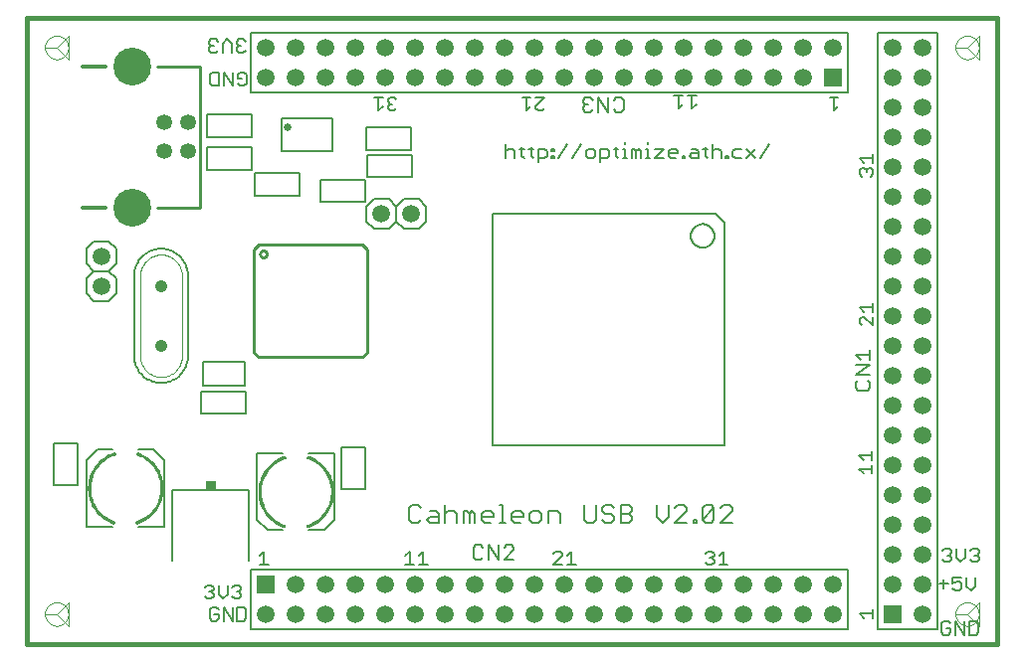
<source format=gbr>
G75*
G70*
%OFA0B0*%
%FSLAX24Y24*%
%IPPOS*%
%LPD*%
%AMOC8*
5,1,8,0,0,1.08239X$1,22.5*
%
%ADD10C,0.0160*%
%ADD11C,0.0010*%
%ADD12C,0.0000*%
%ADD13C,0.0070*%
%ADD14C,0.0060*%
%ADD15C,0.0050*%
%ADD16C,0.0100*%
%ADD17C,0.0531*%
%ADD18C,0.1266*%
%ADD19C,0.0120*%
%ADD20C,0.0080*%
%ADD21C,0.0413*%
%ADD22C,0.0020*%
%ADD23C,0.0059*%
%ADD24C,0.0591*%
%ADD25C,0.0256*%
%ADD26R,0.0591X0.0591*%
%ADD27R,0.0340X0.0300*%
D10*
X000665Y001461D02*
X000665Y022461D01*
X033165Y022461D01*
X033165Y001461D01*
X000665Y001461D01*
D11*
X001265Y002461D02*
X001665Y002461D01*
X002065Y002861D01*
X002065Y002061D01*
X001665Y002461D01*
X003599Y007883D02*
X003620Y007816D01*
X003619Y007816D02*
X003555Y007794D01*
X003492Y007769D01*
X003431Y007740D01*
X003371Y007707D01*
X003314Y007671D01*
X003258Y007632D01*
X003205Y007590D01*
X003155Y007545D01*
X003107Y007497D01*
X003062Y007446D01*
X003020Y007393D01*
X002981Y007337D01*
X002945Y007279D01*
X002913Y007220D01*
X002884Y007158D01*
X002859Y007095D01*
X002837Y007031D01*
X002819Y006966D01*
X002805Y006899D01*
X002795Y006832D01*
X002789Y006765D01*
X002786Y006697D01*
X002787Y006629D01*
X002793Y006562D01*
X002802Y006494D01*
X002815Y006428D01*
X002832Y006362D01*
X002852Y006297D01*
X002876Y006234D01*
X002904Y006172D01*
X002935Y006112D01*
X002970Y006054D01*
X003008Y005997D01*
X003049Y005944D01*
X003093Y005892D01*
X003140Y005843D01*
X003190Y005797D01*
X003242Y005754D01*
X003297Y005714D01*
X003354Y005677D01*
X003413Y005643D01*
X003474Y005613D01*
X003536Y005587D01*
X003600Y005564D01*
X003579Y005498D01*
X003579Y005497D01*
X003512Y005521D01*
X003448Y005548D01*
X003385Y005579D01*
X003323Y005614D01*
X003264Y005652D01*
X003207Y005693D01*
X003153Y005737D01*
X003101Y005784D01*
X003051Y005834D01*
X003005Y005887D01*
X002962Y005942D01*
X002921Y006000D01*
X002884Y006060D01*
X002851Y006122D01*
X002821Y006185D01*
X002795Y006250D01*
X002772Y006317D01*
X002753Y006384D01*
X002738Y006453D01*
X002727Y006522D01*
X002720Y006592D01*
X002716Y006662D01*
X002717Y006733D01*
X002721Y006803D01*
X002730Y006873D01*
X002742Y006942D01*
X002758Y007010D01*
X002778Y007078D01*
X002802Y007144D01*
X002830Y007208D01*
X002861Y007271D01*
X002895Y007333D01*
X002933Y007392D01*
X002974Y007449D01*
X003019Y007503D01*
X003066Y007555D01*
X003116Y007604D01*
X003169Y007651D01*
X003224Y007694D01*
X003282Y007734D01*
X003342Y007771D01*
X003403Y007805D01*
X003467Y007834D01*
X003532Y007861D01*
X003599Y007883D01*
X003601Y007875D01*
X003535Y007852D01*
X003471Y007826D01*
X003408Y007796D01*
X003346Y007763D01*
X003287Y007727D01*
X003230Y007687D01*
X003175Y007644D01*
X003122Y007598D01*
X003072Y007549D01*
X003025Y007497D01*
X002981Y007443D01*
X002941Y007387D01*
X002903Y007328D01*
X002869Y007267D01*
X002838Y007205D01*
X002811Y007140D01*
X002787Y007075D01*
X002767Y007008D01*
X002751Y006940D01*
X002739Y006871D01*
X002730Y006802D01*
X002726Y006732D01*
X002725Y006663D01*
X002729Y006593D01*
X002736Y006524D01*
X002747Y006455D01*
X002762Y006387D01*
X002781Y006319D01*
X002803Y006253D01*
X002829Y006189D01*
X002859Y006126D01*
X002892Y006064D01*
X002929Y006005D01*
X002969Y005948D01*
X003012Y005893D01*
X003058Y005840D01*
X003107Y005791D01*
X003158Y005744D01*
X003213Y005700D01*
X003269Y005659D01*
X003328Y005621D01*
X003389Y005587D01*
X003451Y005556D01*
X003516Y005529D01*
X003581Y005506D01*
X003584Y005514D01*
X003519Y005538D01*
X003455Y005565D01*
X003393Y005595D01*
X003333Y005629D01*
X003274Y005666D01*
X003218Y005707D01*
X003164Y005751D01*
X003113Y005797D01*
X003064Y005847D01*
X003019Y005899D01*
X002976Y005953D01*
X002936Y006010D01*
X002900Y006069D01*
X002867Y006130D01*
X002837Y006192D01*
X002812Y006257D01*
X002789Y006322D01*
X002771Y006389D01*
X002756Y006456D01*
X002745Y006525D01*
X002738Y006594D01*
X002734Y006663D01*
X002735Y006732D01*
X002739Y006801D01*
X002748Y006870D01*
X002760Y006938D01*
X002776Y007006D01*
X002796Y007072D01*
X002819Y007137D01*
X002846Y007201D01*
X002877Y007263D01*
X002911Y007323D01*
X002948Y007382D01*
X002989Y007438D01*
X003032Y007491D01*
X003079Y007543D01*
X003128Y007591D01*
X003180Y007637D01*
X003235Y007680D01*
X003292Y007719D01*
X003351Y007755D01*
X003412Y007788D01*
X003474Y007818D01*
X003538Y007844D01*
X003604Y007866D01*
X003607Y007857D01*
X003540Y007835D01*
X003475Y007808D01*
X003411Y007778D01*
X003350Y007745D01*
X003290Y007707D01*
X003233Y007667D01*
X003178Y007623D01*
X003125Y007576D01*
X003076Y007526D01*
X003029Y007474D01*
X002985Y007418D01*
X002945Y007361D01*
X002908Y007301D01*
X002875Y007239D01*
X002845Y007176D01*
X002818Y007110D01*
X002796Y007044D01*
X002778Y006976D01*
X002763Y006907D01*
X002752Y006838D01*
X002746Y006768D01*
X002743Y006697D01*
X002744Y006627D01*
X002750Y006557D01*
X002759Y006487D01*
X002773Y006418D01*
X002790Y006350D01*
X002811Y006283D01*
X002837Y006217D01*
X002865Y006153D01*
X002898Y006091D01*
X002934Y006031D01*
X002973Y005972D01*
X003016Y005916D01*
X003062Y005863D01*
X003110Y005812D01*
X003162Y005765D01*
X003216Y005720D01*
X003273Y005678D01*
X003332Y005640D01*
X003393Y005605D01*
X003456Y005574D01*
X003521Y005547D01*
X003587Y005523D01*
X003590Y005531D01*
X003524Y005555D01*
X003460Y005582D01*
X003397Y005613D01*
X003337Y005648D01*
X003278Y005686D01*
X003222Y005727D01*
X003168Y005771D01*
X003117Y005819D01*
X003068Y005869D01*
X003023Y005922D01*
X002980Y005978D01*
X002941Y006035D01*
X002906Y006095D01*
X002873Y006157D01*
X002845Y006221D01*
X002820Y006286D01*
X002799Y006353D01*
X002782Y006420D01*
X002768Y006489D01*
X002759Y006558D01*
X002753Y006628D01*
X002752Y006697D01*
X002755Y006767D01*
X002761Y006837D01*
X002772Y006906D01*
X002786Y006974D01*
X002805Y007041D01*
X002827Y007107D01*
X002853Y007172D01*
X002883Y007235D01*
X002916Y007297D01*
X002953Y007356D01*
X002993Y007413D01*
X003036Y007468D01*
X003082Y007520D01*
X003131Y007569D01*
X003183Y007616D01*
X003238Y007660D01*
X003295Y007700D01*
X003354Y007737D01*
X003415Y007770D01*
X003479Y007800D01*
X003543Y007826D01*
X003609Y007849D01*
X003612Y007840D01*
X003546Y007818D01*
X003482Y007792D01*
X003420Y007762D01*
X003359Y007729D01*
X003300Y007692D01*
X003243Y007652D01*
X003189Y007609D01*
X003138Y007563D01*
X003089Y007514D01*
X003043Y007462D01*
X003000Y007408D01*
X002960Y007351D01*
X002924Y007292D01*
X002891Y007231D01*
X002861Y007168D01*
X002835Y007104D01*
X002813Y007038D01*
X002795Y006972D01*
X002781Y006904D01*
X002770Y006835D01*
X002764Y006766D01*
X002761Y006697D01*
X002762Y006628D01*
X002768Y006559D01*
X002777Y006490D01*
X002790Y006422D01*
X002808Y006355D01*
X002828Y006289D01*
X002853Y006224D01*
X002882Y006161D01*
X002913Y006100D01*
X002949Y006040D01*
X002988Y005983D01*
X003030Y005928D01*
X003075Y005875D01*
X003123Y005825D01*
X003174Y005778D01*
X003227Y005734D01*
X003283Y005693D01*
X003341Y005656D01*
X003401Y005621D01*
X003463Y005591D01*
X003527Y005563D01*
X003592Y005540D01*
X003595Y005549D01*
X003530Y005572D01*
X003467Y005599D01*
X003406Y005629D01*
X003346Y005663D01*
X003288Y005701D01*
X003233Y005741D01*
X003180Y005785D01*
X003129Y005832D01*
X003081Y005881D01*
X003037Y005933D01*
X002995Y005988D01*
X002957Y006045D01*
X002921Y006104D01*
X002890Y006165D01*
X002861Y006228D01*
X002837Y006292D01*
X002816Y006358D01*
X002799Y006424D01*
X002786Y006492D01*
X002777Y006560D01*
X002771Y006628D01*
X002770Y006697D01*
X002773Y006766D01*
X002779Y006834D01*
X002790Y006902D01*
X002804Y006970D01*
X002822Y007036D01*
X002844Y007101D01*
X002869Y007165D01*
X002899Y007227D01*
X002931Y007288D01*
X002968Y007346D01*
X003007Y007402D01*
X003050Y007456D01*
X003095Y007508D01*
X003144Y007556D01*
X003195Y007602D01*
X003249Y007645D01*
X003305Y007685D01*
X003363Y007721D01*
X003424Y007754D01*
X003486Y007784D01*
X003549Y007809D01*
X003614Y007832D01*
X003617Y007823D01*
X003553Y007801D01*
X003489Y007775D01*
X003428Y007746D01*
X003368Y007713D01*
X003310Y007677D01*
X003254Y007638D01*
X003201Y007595D01*
X003150Y007550D01*
X003102Y007502D01*
X003056Y007450D01*
X003014Y007397D01*
X002975Y007341D01*
X002939Y007283D01*
X002907Y007223D01*
X002878Y007161D01*
X002852Y007098D01*
X002831Y007033D01*
X002813Y006967D01*
X002798Y006901D01*
X002788Y006833D01*
X002782Y006765D01*
X002779Y006697D01*
X002780Y006629D01*
X002786Y006561D01*
X002795Y006493D01*
X002808Y006426D01*
X002825Y006360D01*
X002845Y006295D01*
X002870Y006231D01*
X002898Y006169D01*
X002929Y006109D01*
X002964Y006050D01*
X003002Y005993D01*
X003044Y005939D01*
X003088Y005887D01*
X003135Y005838D01*
X003185Y005792D01*
X003238Y005748D01*
X003293Y005708D01*
X003350Y005671D01*
X003410Y005637D01*
X003471Y005607D01*
X003534Y005580D01*
X003598Y005557D01*
X004337Y005497D02*
X004316Y005564D01*
X004317Y005564D02*
X004381Y005586D01*
X004444Y005611D01*
X004505Y005640D01*
X004565Y005673D01*
X004622Y005709D01*
X004678Y005748D01*
X004731Y005790D01*
X004781Y005835D01*
X004829Y005883D01*
X004874Y005934D01*
X004916Y005987D01*
X004955Y006043D01*
X004991Y006101D01*
X005023Y006160D01*
X005052Y006222D01*
X005077Y006285D01*
X005099Y006349D01*
X005117Y006414D01*
X005131Y006481D01*
X005141Y006548D01*
X005147Y006615D01*
X005150Y006683D01*
X005149Y006751D01*
X005143Y006818D01*
X005134Y006886D01*
X005121Y006952D01*
X005104Y007018D01*
X005084Y007083D01*
X005060Y007146D01*
X005032Y007208D01*
X005001Y007268D01*
X004966Y007326D01*
X004928Y007383D01*
X004887Y007436D01*
X004843Y007488D01*
X004796Y007537D01*
X004746Y007583D01*
X004694Y007626D01*
X004639Y007666D01*
X004582Y007703D01*
X004523Y007737D01*
X004462Y007767D01*
X004400Y007793D01*
X004336Y007816D01*
X004357Y007882D01*
X004357Y007883D01*
X004424Y007859D01*
X004488Y007832D01*
X004551Y007801D01*
X004613Y007766D01*
X004672Y007728D01*
X004729Y007687D01*
X004783Y007643D01*
X004835Y007596D01*
X004885Y007546D01*
X004931Y007493D01*
X004974Y007438D01*
X005015Y007380D01*
X005052Y007320D01*
X005085Y007259D01*
X005115Y007195D01*
X005141Y007130D01*
X005164Y007063D01*
X005183Y006996D01*
X005198Y006927D01*
X005209Y006858D01*
X005216Y006788D01*
X005220Y006718D01*
X005219Y006647D01*
X005215Y006577D01*
X005206Y006507D01*
X005194Y006438D01*
X005178Y006370D01*
X005158Y006303D01*
X005134Y006236D01*
X005106Y006172D01*
X005075Y006109D01*
X005041Y006047D01*
X005003Y005988D01*
X004962Y005931D01*
X004917Y005877D01*
X004870Y005825D01*
X004820Y005776D01*
X004767Y005729D01*
X004712Y005686D01*
X004654Y005646D01*
X004594Y005609D01*
X004533Y005575D01*
X004469Y005546D01*
X004404Y005519D01*
X004337Y005497D01*
X004335Y005505D01*
X004401Y005528D01*
X004465Y005554D01*
X004528Y005584D01*
X004590Y005617D01*
X004649Y005653D01*
X004707Y005693D01*
X004761Y005736D01*
X004814Y005782D01*
X004864Y005831D01*
X004911Y005883D01*
X004955Y005937D01*
X004995Y005993D01*
X005033Y006052D01*
X005067Y006113D01*
X005098Y006175D01*
X005125Y006240D01*
X005149Y006305D01*
X005169Y006372D01*
X005185Y006440D01*
X005197Y006509D01*
X005206Y006578D01*
X005210Y006648D01*
X005211Y006717D01*
X005207Y006787D01*
X005200Y006856D01*
X005189Y006925D01*
X005174Y006993D01*
X005155Y007061D01*
X005133Y007127D01*
X005107Y007191D01*
X005077Y007254D01*
X005044Y007316D01*
X005007Y007375D01*
X004967Y007432D01*
X004924Y007487D01*
X004878Y007540D01*
X004829Y007589D01*
X004778Y007636D01*
X004723Y007680D01*
X004667Y007721D01*
X004608Y007759D01*
X004547Y007793D01*
X004485Y007824D01*
X004420Y007851D01*
X004355Y007874D01*
X004352Y007866D01*
X004417Y007842D01*
X004481Y007815D01*
X004543Y007785D01*
X004603Y007751D01*
X004662Y007714D01*
X004718Y007673D01*
X004772Y007629D01*
X004823Y007583D01*
X004872Y007533D01*
X004917Y007481D01*
X004960Y007427D01*
X005000Y007370D01*
X005036Y007311D01*
X005069Y007250D01*
X005098Y007188D01*
X005124Y007124D01*
X005147Y007058D01*
X005165Y006991D01*
X005180Y006924D01*
X005191Y006855D01*
X005198Y006786D01*
X005202Y006717D01*
X005201Y006648D01*
X005197Y006579D01*
X005188Y006510D01*
X005176Y006442D01*
X005160Y006375D01*
X005140Y006308D01*
X005117Y006243D01*
X005090Y006179D01*
X005059Y006117D01*
X005025Y006057D01*
X004988Y005998D01*
X004947Y005942D01*
X004904Y005889D01*
X004857Y005837D01*
X004808Y005789D01*
X004756Y005743D01*
X004701Y005700D01*
X004644Y005661D01*
X004585Y005625D01*
X004524Y005592D01*
X004462Y005562D01*
X004398Y005536D01*
X004332Y005514D01*
X004329Y005523D01*
X004396Y005545D01*
X004461Y005572D01*
X004525Y005602D01*
X004586Y005635D01*
X004646Y005673D01*
X004703Y005713D01*
X004758Y005757D01*
X004811Y005804D01*
X004860Y005854D01*
X004907Y005906D01*
X004951Y005962D01*
X004991Y006019D01*
X005028Y006079D01*
X005061Y006141D01*
X005091Y006204D01*
X005118Y006270D01*
X005140Y006336D01*
X005158Y006404D01*
X005173Y006473D01*
X005184Y006542D01*
X005190Y006612D01*
X005193Y006683D01*
X005192Y006753D01*
X005186Y006823D01*
X005177Y006893D01*
X005163Y006962D01*
X005146Y007030D01*
X005125Y007097D01*
X005099Y007163D01*
X005071Y007227D01*
X005038Y007289D01*
X005002Y007349D01*
X004963Y007408D01*
X004920Y007464D01*
X004874Y007517D01*
X004826Y007568D01*
X004774Y007615D01*
X004720Y007660D01*
X004663Y007702D01*
X004604Y007740D01*
X004543Y007775D01*
X004480Y007806D01*
X004415Y007833D01*
X004349Y007857D01*
X004346Y007849D01*
X004412Y007825D01*
X004476Y007798D01*
X004539Y007767D01*
X004599Y007732D01*
X004658Y007694D01*
X004714Y007653D01*
X004768Y007609D01*
X004819Y007561D01*
X004868Y007511D01*
X004913Y007458D01*
X004956Y007402D01*
X004995Y007345D01*
X005030Y007285D01*
X005063Y007223D01*
X005091Y007159D01*
X005116Y007094D01*
X005137Y007027D01*
X005154Y006960D01*
X005168Y006891D01*
X005177Y006822D01*
X005183Y006752D01*
X005184Y006683D01*
X005181Y006613D01*
X005175Y006543D01*
X005164Y006474D01*
X005150Y006406D01*
X005131Y006339D01*
X005109Y006273D01*
X005083Y006208D01*
X005053Y006145D01*
X005020Y006083D01*
X004983Y006024D01*
X004943Y005967D01*
X004900Y005912D01*
X004854Y005860D01*
X004805Y005811D01*
X004753Y005764D01*
X004698Y005720D01*
X004641Y005680D01*
X004582Y005643D01*
X004521Y005610D01*
X004457Y005580D01*
X004393Y005554D01*
X004327Y005531D01*
X004324Y005540D01*
X004390Y005562D01*
X004454Y005588D01*
X004516Y005618D01*
X004577Y005651D01*
X004636Y005688D01*
X004693Y005728D01*
X004747Y005771D01*
X004798Y005817D01*
X004847Y005866D01*
X004893Y005918D01*
X004936Y005972D01*
X004976Y006029D01*
X005012Y006088D01*
X005045Y006149D01*
X005075Y006212D01*
X005101Y006276D01*
X005123Y006342D01*
X005141Y006408D01*
X005155Y006476D01*
X005166Y006545D01*
X005172Y006614D01*
X005175Y006683D01*
X005174Y006752D01*
X005168Y006821D01*
X005159Y006890D01*
X005146Y006958D01*
X005128Y007025D01*
X005108Y007091D01*
X005083Y007156D01*
X005054Y007219D01*
X005023Y007280D01*
X004987Y007340D01*
X004948Y007397D01*
X004906Y007452D01*
X004861Y007505D01*
X004813Y007555D01*
X004762Y007602D01*
X004709Y007646D01*
X004653Y007687D01*
X004595Y007724D01*
X004535Y007759D01*
X004473Y007789D01*
X004409Y007817D01*
X004344Y007840D01*
X004341Y007831D01*
X004406Y007808D01*
X004469Y007781D01*
X004530Y007751D01*
X004590Y007717D01*
X004648Y007679D01*
X004703Y007639D01*
X004756Y007595D01*
X004807Y007548D01*
X004855Y007499D01*
X004899Y007447D01*
X004941Y007392D01*
X004979Y007335D01*
X005015Y007276D01*
X005046Y007215D01*
X005075Y007152D01*
X005099Y007088D01*
X005120Y007022D01*
X005137Y006956D01*
X005150Y006888D01*
X005159Y006820D01*
X005165Y006752D01*
X005166Y006683D01*
X005163Y006614D01*
X005157Y006546D01*
X005147Y006478D01*
X005132Y006410D01*
X005114Y006344D01*
X005092Y006279D01*
X005067Y006215D01*
X005037Y006153D01*
X005005Y006092D01*
X004968Y006034D01*
X004929Y005978D01*
X004886Y005924D01*
X004841Y005872D01*
X004792Y005824D01*
X004741Y005778D01*
X004687Y005735D01*
X004631Y005695D01*
X004573Y005659D01*
X004512Y005626D01*
X004450Y005596D01*
X004387Y005571D01*
X004322Y005548D01*
X004319Y005557D01*
X004383Y005579D01*
X004447Y005605D01*
X004508Y005634D01*
X004568Y005667D01*
X004626Y005703D01*
X004682Y005742D01*
X004735Y005785D01*
X004786Y005830D01*
X004834Y005879D01*
X004880Y005930D01*
X004922Y005983D01*
X004961Y006039D01*
X004997Y006097D01*
X005029Y006157D01*
X005058Y006219D01*
X005084Y006282D01*
X005105Y006347D01*
X005123Y006413D01*
X005138Y006479D01*
X005148Y006547D01*
X005154Y006615D01*
X005157Y006683D01*
X005156Y006751D01*
X005150Y006819D01*
X005141Y006887D01*
X005128Y006954D01*
X005111Y007020D01*
X005091Y007085D01*
X005066Y007149D01*
X005038Y007211D01*
X005007Y007271D01*
X004972Y007330D01*
X004934Y007387D01*
X004892Y007441D01*
X004848Y007493D01*
X004801Y007542D01*
X004750Y007588D01*
X004698Y007632D01*
X004643Y007672D01*
X004586Y007709D01*
X004526Y007743D01*
X004465Y007773D01*
X004402Y007800D01*
X004338Y007823D01*
X010046Y005375D02*
X010025Y005442D01*
X010026Y005442D02*
X010090Y005464D01*
X010153Y005489D01*
X010214Y005518D01*
X010274Y005551D01*
X010331Y005587D01*
X010387Y005626D01*
X010440Y005668D01*
X010490Y005713D01*
X010538Y005761D01*
X010583Y005812D01*
X010625Y005865D01*
X010664Y005921D01*
X010700Y005979D01*
X010732Y006038D01*
X010761Y006100D01*
X010786Y006163D01*
X010808Y006227D01*
X010826Y006292D01*
X010840Y006359D01*
X010850Y006426D01*
X010856Y006493D01*
X010859Y006561D01*
X010858Y006629D01*
X010852Y006696D01*
X010843Y006764D01*
X010830Y006830D01*
X010813Y006896D01*
X010793Y006961D01*
X010769Y007024D01*
X010741Y007086D01*
X010710Y007146D01*
X010675Y007204D01*
X010637Y007261D01*
X010596Y007314D01*
X010552Y007366D01*
X010505Y007415D01*
X010455Y007461D01*
X010403Y007504D01*
X010348Y007544D01*
X010291Y007581D01*
X010232Y007615D01*
X010171Y007645D01*
X010109Y007671D01*
X010045Y007694D01*
X010066Y007760D01*
X010066Y007761D01*
X010133Y007737D01*
X010197Y007710D01*
X010260Y007679D01*
X010322Y007644D01*
X010381Y007606D01*
X010438Y007565D01*
X010492Y007521D01*
X010544Y007474D01*
X010594Y007424D01*
X010640Y007371D01*
X010683Y007316D01*
X010724Y007258D01*
X010761Y007198D01*
X010794Y007137D01*
X010824Y007073D01*
X010850Y007008D01*
X010873Y006941D01*
X010892Y006874D01*
X010907Y006805D01*
X010918Y006736D01*
X010925Y006666D01*
X010929Y006596D01*
X010928Y006525D01*
X010924Y006455D01*
X010915Y006385D01*
X010903Y006316D01*
X010887Y006248D01*
X010867Y006181D01*
X010843Y006114D01*
X010815Y006050D01*
X010784Y005987D01*
X010750Y005925D01*
X010712Y005866D01*
X010671Y005809D01*
X010626Y005755D01*
X010579Y005703D01*
X010529Y005654D01*
X010476Y005607D01*
X010421Y005564D01*
X010363Y005524D01*
X010303Y005487D01*
X010242Y005453D01*
X010178Y005424D01*
X010113Y005397D01*
X010046Y005375D01*
X010044Y005383D01*
X010110Y005406D01*
X010174Y005432D01*
X010237Y005462D01*
X010299Y005495D01*
X010358Y005531D01*
X010416Y005571D01*
X010470Y005614D01*
X010523Y005660D01*
X010573Y005709D01*
X010620Y005761D01*
X010664Y005815D01*
X010704Y005871D01*
X010742Y005930D01*
X010776Y005991D01*
X010807Y006053D01*
X010834Y006118D01*
X010858Y006183D01*
X010878Y006250D01*
X010894Y006318D01*
X010906Y006387D01*
X010915Y006456D01*
X010919Y006526D01*
X010920Y006595D01*
X010916Y006665D01*
X010909Y006734D01*
X010898Y006803D01*
X010883Y006871D01*
X010864Y006939D01*
X010842Y007005D01*
X010816Y007069D01*
X010786Y007132D01*
X010753Y007194D01*
X010716Y007253D01*
X010676Y007310D01*
X010633Y007365D01*
X010587Y007418D01*
X010538Y007467D01*
X010487Y007514D01*
X010432Y007558D01*
X010376Y007599D01*
X010317Y007637D01*
X010256Y007671D01*
X010194Y007702D01*
X010129Y007729D01*
X010064Y007752D01*
X010061Y007744D01*
X010126Y007720D01*
X010190Y007693D01*
X010252Y007663D01*
X010312Y007629D01*
X010371Y007592D01*
X010427Y007551D01*
X010481Y007507D01*
X010532Y007461D01*
X010581Y007411D01*
X010626Y007359D01*
X010669Y007305D01*
X010709Y007248D01*
X010745Y007189D01*
X010778Y007128D01*
X010807Y007066D01*
X010833Y007002D01*
X010856Y006936D01*
X010874Y006869D01*
X010889Y006802D01*
X010900Y006733D01*
X010907Y006664D01*
X010911Y006595D01*
X010910Y006526D01*
X010906Y006457D01*
X010897Y006388D01*
X010885Y006320D01*
X010869Y006253D01*
X010849Y006186D01*
X010826Y006121D01*
X010799Y006057D01*
X010768Y005995D01*
X010734Y005935D01*
X010697Y005876D01*
X010656Y005820D01*
X010613Y005767D01*
X010566Y005715D01*
X010517Y005667D01*
X010465Y005621D01*
X010410Y005578D01*
X010353Y005539D01*
X010294Y005503D01*
X010233Y005470D01*
X010171Y005440D01*
X010107Y005414D01*
X010041Y005392D01*
X010038Y005401D01*
X010105Y005423D01*
X010170Y005450D01*
X010234Y005480D01*
X010295Y005513D01*
X010355Y005551D01*
X010412Y005591D01*
X010467Y005635D01*
X010520Y005682D01*
X010569Y005732D01*
X010616Y005784D01*
X010660Y005840D01*
X010700Y005897D01*
X010737Y005957D01*
X010770Y006019D01*
X010800Y006082D01*
X010827Y006148D01*
X010849Y006214D01*
X010867Y006282D01*
X010882Y006351D01*
X010893Y006420D01*
X010899Y006490D01*
X010902Y006561D01*
X010901Y006631D01*
X010895Y006701D01*
X010886Y006771D01*
X010872Y006840D01*
X010855Y006908D01*
X010834Y006975D01*
X010808Y007041D01*
X010780Y007105D01*
X010747Y007167D01*
X010711Y007227D01*
X010672Y007286D01*
X010629Y007342D01*
X010583Y007395D01*
X010535Y007446D01*
X010483Y007493D01*
X010429Y007538D01*
X010372Y007580D01*
X010313Y007618D01*
X010252Y007653D01*
X010189Y007684D01*
X010124Y007711D01*
X010058Y007735D01*
X010055Y007727D01*
X010121Y007703D01*
X010185Y007676D01*
X010248Y007645D01*
X010308Y007610D01*
X010367Y007572D01*
X010423Y007531D01*
X010477Y007487D01*
X010528Y007439D01*
X010577Y007389D01*
X010622Y007336D01*
X010665Y007280D01*
X010704Y007223D01*
X010739Y007163D01*
X010772Y007101D01*
X010800Y007037D01*
X010825Y006972D01*
X010846Y006905D01*
X010863Y006838D01*
X010877Y006769D01*
X010886Y006700D01*
X010892Y006630D01*
X010893Y006561D01*
X010890Y006491D01*
X010884Y006421D01*
X010873Y006352D01*
X010859Y006284D01*
X010840Y006217D01*
X010818Y006151D01*
X010792Y006086D01*
X010762Y006023D01*
X010729Y005961D01*
X010692Y005902D01*
X010652Y005845D01*
X010609Y005790D01*
X010563Y005738D01*
X010514Y005689D01*
X010462Y005642D01*
X010407Y005598D01*
X010350Y005558D01*
X010291Y005521D01*
X010230Y005488D01*
X010166Y005458D01*
X010102Y005432D01*
X010036Y005409D01*
X010033Y005418D01*
X010099Y005440D01*
X010163Y005466D01*
X010225Y005496D01*
X010286Y005529D01*
X010345Y005566D01*
X010402Y005606D01*
X010456Y005649D01*
X010507Y005695D01*
X010556Y005744D01*
X010602Y005796D01*
X010645Y005850D01*
X010685Y005907D01*
X010721Y005966D01*
X010754Y006027D01*
X010784Y006090D01*
X010810Y006154D01*
X010832Y006220D01*
X010850Y006286D01*
X010864Y006354D01*
X010875Y006423D01*
X010881Y006492D01*
X010884Y006561D01*
X010883Y006630D01*
X010877Y006699D01*
X010868Y006768D01*
X010855Y006836D01*
X010837Y006903D01*
X010817Y006969D01*
X010792Y007034D01*
X010763Y007097D01*
X010732Y007158D01*
X010696Y007218D01*
X010657Y007275D01*
X010615Y007330D01*
X010570Y007383D01*
X010522Y007433D01*
X010471Y007480D01*
X010418Y007524D01*
X010362Y007565D01*
X010304Y007602D01*
X010244Y007637D01*
X010182Y007667D01*
X010118Y007695D01*
X010053Y007718D01*
X010050Y007709D01*
X010115Y007686D01*
X010178Y007659D01*
X010239Y007629D01*
X010299Y007595D01*
X010357Y007557D01*
X010412Y007517D01*
X010465Y007473D01*
X010516Y007426D01*
X010564Y007377D01*
X010608Y007325D01*
X010650Y007270D01*
X010688Y007213D01*
X010724Y007154D01*
X010755Y007093D01*
X010784Y007030D01*
X010808Y006966D01*
X010829Y006900D01*
X010846Y006834D01*
X010859Y006766D01*
X010868Y006698D01*
X010874Y006630D01*
X010875Y006561D01*
X010872Y006492D01*
X010866Y006424D01*
X010856Y006356D01*
X010841Y006288D01*
X010823Y006222D01*
X010801Y006157D01*
X010776Y006093D01*
X010746Y006031D01*
X010714Y005970D01*
X010677Y005912D01*
X010638Y005856D01*
X010595Y005802D01*
X010550Y005750D01*
X010501Y005702D01*
X010450Y005656D01*
X010396Y005613D01*
X010340Y005573D01*
X010282Y005537D01*
X010221Y005504D01*
X010159Y005474D01*
X010096Y005449D01*
X010031Y005426D01*
X010028Y005435D01*
X010092Y005457D01*
X010156Y005483D01*
X010217Y005512D01*
X010277Y005545D01*
X010335Y005581D01*
X010391Y005620D01*
X010444Y005663D01*
X010495Y005708D01*
X010543Y005757D01*
X010589Y005808D01*
X010631Y005861D01*
X010670Y005917D01*
X010706Y005975D01*
X010738Y006035D01*
X010767Y006097D01*
X010793Y006160D01*
X010814Y006225D01*
X010832Y006291D01*
X010847Y006357D01*
X010857Y006425D01*
X010863Y006493D01*
X010866Y006561D01*
X010865Y006629D01*
X010859Y006697D01*
X010850Y006765D01*
X010837Y006832D01*
X010820Y006898D01*
X010800Y006963D01*
X010775Y007027D01*
X010747Y007089D01*
X010716Y007149D01*
X010681Y007208D01*
X010643Y007265D01*
X010601Y007319D01*
X010557Y007371D01*
X010510Y007420D01*
X010459Y007466D01*
X010407Y007510D01*
X010352Y007550D01*
X010295Y007587D01*
X010235Y007621D01*
X010174Y007651D01*
X010111Y007678D01*
X010047Y007701D01*
X009308Y007761D02*
X009329Y007694D01*
X009328Y007694D02*
X009264Y007672D01*
X009201Y007647D01*
X009140Y007618D01*
X009080Y007585D01*
X009023Y007549D01*
X008967Y007510D01*
X008914Y007468D01*
X008864Y007423D01*
X008816Y007375D01*
X008771Y007324D01*
X008729Y007271D01*
X008690Y007215D01*
X008654Y007157D01*
X008622Y007098D01*
X008593Y007036D01*
X008568Y006973D01*
X008546Y006909D01*
X008528Y006844D01*
X008514Y006777D01*
X008504Y006710D01*
X008498Y006643D01*
X008495Y006575D01*
X008496Y006507D01*
X008502Y006440D01*
X008511Y006372D01*
X008524Y006306D01*
X008541Y006240D01*
X008561Y006175D01*
X008585Y006112D01*
X008613Y006050D01*
X008644Y005990D01*
X008679Y005932D01*
X008717Y005875D01*
X008758Y005822D01*
X008802Y005770D01*
X008849Y005721D01*
X008899Y005675D01*
X008951Y005632D01*
X009006Y005592D01*
X009063Y005555D01*
X009122Y005521D01*
X009183Y005491D01*
X009245Y005465D01*
X009309Y005442D01*
X009288Y005376D01*
X009288Y005375D01*
X009221Y005399D01*
X009157Y005426D01*
X009094Y005457D01*
X009032Y005492D01*
X008973Y005530D01*
X008916Y005571D01*
X008862Y005615D01*
X008810Y005662D01*
X008760Y005712D01*
X008714Y005765D01*
X008671Y005820D01*
X008630Y005878D01*
X008593Y005938D01*
X008560Y006000D01*
X008530Y006063D01*
X008504Y006128D01*
X008481Y006195D01*
X008462Y006262D01*
X008447Y006331D01*
X008436Y006400D01*
X008429Y006470D01*
X008425Y006540D01*
X008426Y006611D01*
X008430Y006681D01*
X008439Y006751D01*
X008451Y006820D01*
X008467Y006888D01*
X008487Y006956D01*
X008511Y007022D01*
X008539Y007086D01*
X008570Y007149D01*
X008604Y007211D01*
X008642Y007270D01*
X008683Y007327D01*
X008728Y007381D01*
X008775Y007433D01*
X008825Y007482D01*
X008878Y007529D01*
X008933Y007572D01*
X008991Y007612D01*
X009051Y007649D01*
X009112Y007683D01*
X009176Y007712D01*
X009241Y007739D01*
X009308Y007761D01*
X009310Y007753D01*
X009244Y007730D01*
X009180Y007704D01*
X009117Y007674D01*
X009055Y007641D01*
X008996Y007605D01*
X008939Y007565D01*
X008884Y007522D01*
X008831Y007476D01*
X008781Y007427D01*
X008734Y007375D01*
X008690Y007321D01*
X008650Y007265D01*
X008612Y007206D01*
X008578Y007145D01*
X008547Y007083D01*
X008520Y007018D01*
X008496Y006953D01*
X008476Y006886D01*
X008460Y006818D01*
X008448Y006749D01*
X008439Y006680D01*
X008435Y006610D01*
X008434Y006541D01*
X008438Y006471D01*
X008445Y006402D01*
X008456Y006333D01*
X008471Y006265D01*
X008490Y006197D01*
X008512Y006131D01*
X008538Y006067D01*
X008568Y006004D01*
X008601Y005942D01*
X008638Y005883D01*
X008678Y005826D01*
X008721Y005771D01*
X008767Y005718D01*
X008816Y005669D01*
X008867Y005622D01*
X008922Y005578D01*
X008978Y005537D01*
X009037Y005499D01*
X009098Y005465D01*
X009160Y005434D01*
X009225Y005407D01*
X009290Y005384D01*
X009293Y005392D01*
X009228Y005416D01*
X009164Y005443D01*
X009102Y005473D01*
X009042Y005507D01*
X008983Y005544D01*
X008927Y005585D01*
X008873Y005629D01*
X008822Y005675D01*
X008773Y005725D01*
X008728Y005777D01*
X008685Y005831D01*
X008645Y005888D01*
X008609Y005947D01*
X008576Y006008D01*
X008546Y006070D01*
X008521Y006135D01*
X008498Y006200D01*
X008480Y006267D01*
X008465Y006334D01*
X008454Y006403D01*
X008447Y006472D01*
X008443Y006541D01*
X008444Y006610D01*
X008448Y006679D01*
X008457Y006748D01*
X008469Y006816D01*
X008485Y006884D01*
X008505Y006950D01*
X008528Y007015D01*
X008555Y007079D01*
X008586Y007141D01*
X008620Y007201D01*
X008657Y007260D01*
X008698Y007316D01*
X008741Y007369D01*
X008788Y007421D01*
X008837Y007469D01*
X008889Y007515D01*
X008944Y007558D01*
X009001Y007597D01*
X009060Y007633D01*
X009121Y007666D01*
X009183Y007696D01*
X009247Y007722D01*
X009313Y007744D01*
X009316Y007735D01*
X009249Y007713D01*
X009184Y007686D01*
X009120Y007656D01*
X009059Y007623D01*
X008999Y007585D01*
X008942Y007545D01*
X008887Y007501D01*
X008834Y007454D01*
X008785Y007404D01*
X008738Y007352D01*
X008694Y007296D01*
X008654Y007239D01*
X008617Y007179D01*
X008584Y007117D01*
X008554Y007054D01*
X008527Y006988D01*
X008505Y006922D01*
X008487Y006854D01*
X008472Y006785D01*
X008461Y006716D01*
X008455Y006646D01*
X008452Y006575D01*
X008453Y006505D01*
X008459Y006435D01*
X008468Y006365D01*
X008482Y006296D01*
X008499Y006228D01*
X008520Y006161D01*
X008546Y006095D01*
X008574Y006031D01*
X008607Y005969D01*
X008643Y005909D01*
X008682Y005850D01*
X008725Y005794D01*
X008771Y005741D01*
X008819Y005690D01*
X008871Y005643D01*
X008925Y005598D01*
X008982Y005556D01*
X009041Y005518D01*
X009102Y005483D01*
X009165Y005452D01*
X009230Y005425D01*
X009296Y005401D01*
X009299Y005409D01*
X009233Y005433D01*
X009169Y005460D01*
X009106Y005491D01*
X009046Y005526D01*
X008987Y005564D01*
X008931Y005605D01*
X008877Y005649D01*
X008826Y005697D01*
X008777Y005747D01*
X008732Y005800D01*
X008689Y005856D01*
X008650Y005913D01*
X008615Y005973D01*
X008582Y006035D01*
X008554Y006099D01*
X008529Y006164D01*
X008508Y006231D01*
X008491Y006298D01*
X008477Y006367D01*
X008468Y006436D01*
X008462Y006506D01*
X008461Y006575D01*
X008464Y006645D01*
X008470Y006715D01*
X008481Y006784D01*
X008495Y006852D01*
X008514Y006919D01*
X008536Y006985D01*
X008562Y007050D01*
X008592Y007113D01*
X008625Y007175D01*
X008662Y007234D01*
X008702Y007291D01*
X008745Y007346D01*
X008791Y007398D01*
X008840Y007447D01*
X008892Y007494D01*
X008947Y007538D01*
X009004Y007578D01*
X009063Y007615D01*
X009124Y007648D01*
X009188Y007678D01*
X009252Y007704D01*
X009318Y007727D01*
X009321Y007718D01*
X009255Y007696D01*
X009191Y007670D01*
X009129Y007640D01*
X009068Y007607D01*
X009009Y007570D01*
X008952Y007530D01*
X008898Y007487D01*
X008847Y007441D01*
X008798Y007392D01*
X008752Y007340D01*
X008709Y007286D01*
X008669Y007229D01*
X008633Y007170D01*
X008600Y007109D01*
X008570Y007046D01*
X008544Y006982D01*
X008522Y006916D01*
X008504Y006850D01*
X008490Y006782D01*
X008479Y006713D01*
X008473Y006644D01*
X008470Y006575D01*
X008471Y006506D01*
X008477Y006437D01*
X008486Y006368D01*
X008499Y006300D01*
X008517Y006233D01*
X008537Y006167D01*
X008562Y006102D01*
X008591Y006039D01*
X008622Y005978D01*
X008658Y005918D01*
X008697Y005861D01*
X008739Y005806D01*
X008784Y005753D01*
X008832Y005703D01*
X008883Y005656D01*
X008936Y005612D01*
X008992Y005571D01*
X009050Y005534D01*
X009110Y005499D01*
X009172Y005469D01*
X009236Y005441D01*
X009301Y005418D01*
X009304Y005427D01*
X009239Y005450D01*
X009176Y005477D01*
X009115Y005507D01*
X009055Y005541D01*
X008997Y005579D01*
X008942Y005619D01*
X008889Y005663D01*
X008838Y005710D01*
X008790Y005759D01*
X008746Y005811D01*
X008704Y005866D01*
X008666Y005923D01*
X008630Y005982D01*
X008599Y006043D01*
X008570Y006106D01*
X008546Y006170D01*
X008525Y006236D01*
X008508Y006302D01*
X008495Y006370D01*
X008486Y006438D01*
X008480Y006506D01*
X008479Y006575D01*
X008482Y006644D01*
X008488Y006712D01*
X008499Y006780D01*
X008513Y006848D01*
X008531Y006914D01*
X008553Y006979D01*
X008578Y007043D01*
X008608Y007105D01*
X008640Y007166D01*
X008677Y007224D01*
X008716Y007280D01*
X008759Y007334D01*
X008804Y007386D01*
X008853Y007434D01*
X008904Y007480D01*
X008958Y007523D01*
X009014Y007563D01*
X009072Y007599D01*
X009133Y007632D01*
X009195Y007662D01*
X009258Y007687D01*
X009323Y007710D01*
X009326Y007701D01*
X009262Y007679D01*
X009198Y007653D01*
X009137Y007624D01*
X009077Y007591D01*
X009019Y007555D01*
X008963Y007516D01*
X008910Y007473D01*
X008859Y007428D01*
X008811Y007380D01*
X008765Y007328D01*
X008723Y007275D01*
X008684Y007219D01*
X008648Y007161D01*
X008616Y007101D01*
X008587Y007039D01*
X008561Y006976D01*
X008540Y006911D01*
X008522Y006845D01*
X008507Y006779D01*
X008497Y006711D01*
X008491Y006643D01*
X008488Y006575D01*
X008489Y006507D01*
X008495Y006439D01*
X008504Y006371D01*
X008517Y006304D01*
X008534Y006238D01*
X008554Y006173D01*
X008579Y006109D01*
X008607Y006047D01*
X008638Y005987D01*
X008673Y005928D01*
X008711Y005871D01*
X008753Y005817D01*
X008797Y005765D01*
X008844Y005716D01*
X008894Y005670D01*
X008947Y005626D01*
X009002Y005586D01*
X009059Y005549D01*
X009119Y005515D01*
X009180Y005485D01*
X009243Y005458D01*
X009307Y005435D01*
X001665Y021461D02*
X001265Y021461D01*
X001665Y021461D02*
X002065Y021861D01*
X002065Y021061D01*
X001665Y021461D01*
X031765Y021461D02*
X032165Y021461D01*
X032565Y021861D01*
X032565Y021061D01*
X032165Y021461D01*
X032165Y002461D02*
X031765Y002461D01*
X032165Y002461D02*
X032565Y002861D01*
X032565Y002061D01*
X032165Y002461D01*
D12*
X031771Y002461D02*
X031773Y002501D01*
X031779Y002540D01*
X031789Y002579D01*
X031803Y002616D01*
X031821Y002652D01*
X031842Y002686D01*
X031866Y002718D01*
X031894Y002747D01*
X031924Y002773D01*
X031957Y002795D01*
X031991Y002815D01*
X032028Y002830D01*
X032066Y002842D01*
X032105Y002850D01*
X032145Y002854D01*
X032185Y002854D01*
X032225Y002850D01*
X032264Y002842D01*
X032302Y002830D01*
X032339Y002815D01*
X032373Y002795D01*
X032406Y002773D01*
X032436Y002747D01*
X032464Y002718D01*
X032488Y002686D01*
X032509Y002652D01*
X032527Y002616D01*
X032541Y002579D01*
X032551Y002540D01*
X032557Y002501D01*
X032559Y002461D01*
X032557Y002421D01*
X032551Y002382D01*
X032541Y002343D01*
X032527Y002306D01*
X032509Y002270D01*
X032488Y002236D01*
X032464Y002204D01*
X032436Y002175D01*
X032406Y002149D01*
X032373Y002127D01*
X032339Y002107D01*
X032302Y002092D01*
X032264Y002080D01*
X032225Y002072D01*
X032185Y002068D01*
X032145Y002068D01*
X032105Y002072D01*
X032066Y002080D01*
X032028Y002092D01*
X031991Y002107D01*
X031957Y002127D01*
X031924Y002149D01*
X031894Y002175D01*
X031866Y002204D01*
X031842Y002236D01*
X031821Y002270D01*
X031803Y002306D01*
X031789Y002343D01*
X031779Y002382D01*
X031773Y002421D01*
X031771Y002461D01*
X031771Y021461D02*
X031773Y021501D01*
X031779Y021540D01*
X031789Y021579D01*
X031803Y021616D01*
X031821Y021652D01*
X031842Y021686D01*
X031866Y021718D01*
X031894Y021747D01*
X031924Y021773D01*
X031957Y021795D01*
X031991Y021815D01*
X032028Y021830D01*
X032066Y021842D01*
X032105Y021850D01*
X032145Y021854D01*
X032185Y021854D01*
X032225Y021850D01*
X032264Y021842D01*
X032302Y021830D01*
X032339Y021815D01*
X032373Y021795D01*
X032406Y021773D01*
X032436Y021747D01*
X032464Y021718D01*
X032488Y021686D01*
X032509Y021652D01*
X032527Y021616D01*
X032541Y021579D01*
X032551Y021540D01*
X032557Y021501D01*
X032559Y021461D01*
X032557Y021421D01*
X032551Y021382D01*
X032541Y021343D01*
X032527Y021306D01*
X032509Y021270D01*
X032488Y021236D01*
X032464Y021204D01*
X032436Y021175D01*
X032406Y021149D01*
X032373Y021127D01*
X032339Y021107D01*
X032302Y021092D01*
X032264Y021080D01*
X032225Y021072D01*
X032185Y021068D01*
X032145Y021068D01*
X032105Y021072D01*
X032066Y021080D01*
X032028Y021092D01*
X031991Y021107D01*
X031957Y021127D01*
X031924Y021149D01*
X031894Y021175D01*
X031866Y021204D01*
X031842Y021236D01*
X031821Y021270D01*
X031803Y021306D01*
X031789Y021343D01*
X031779Y021382D01*
X031773Y021421D01*
X031771Y021461D01*
X001271Y021461D02*
X001273Y021501D01*
X001279Y021540D01*
X001289Y021579D01*
X001303Y021616D01*
X001321Y021652D01*
X001342Y021686D01*
X001366Y021718D01*
X001394Y021747D01*
X001424Y021773D01*
X001457Y021795D01*
X001491Y021815D01*
X001528Y021830D01*
X001566Y021842D01*
X001605Y021850D01*
X001645Y021854D01*
X001685Y021854D01*
X001725Y021850D01*
X001764Y021842D01*
X001802Y021830D01*
X001839Y021815D01*
X001873Y021795D01*
X001906Y021773D01*
X001936Y021747D01*
X001964Y021718D01*
X001988Y021686D01*
X002009Y021652D01*
X002027Y021616D01*
X002041Y021579D01*
X002051Y021540D01*
X002057Y021501D01*
X002059Y021461D01*
X002057Y021421D01*
X002051Y021382D01*
X002041Y021343D01*
X002027Y021306D01*
X002009Y021270D01*
X001988Y021236D01*
X001964Y021204D01*
X001936Y021175D01*
X001906Y021149D01*
X001873Y021127D01*
X001839Y021107D01*
X001802Y021092D01*
X001764Y021080D01*
X001725Y021072D01*
X001685Y021068D01*
X001645Y021068D01*
X001605Y021072D01*
X001566Y021080D01*
X001528Y021092D01*
X001491Y021107D01*
X001457Y021127D01*
X001424Y021149D01*
X001394Y021175D01*
X001366Y021204D01*
X001342Y021236D01*
X001321Y021270D01*
X001303Y021306D01*
X001289Y021343D01*
X001279Y021382D01*
X001273Y021421D01*
X001271Y021461D01*
X001271Y002461D02*
X001273Y002501D01*
X001279Y002540D01*
X001289Y002579D01*
X001303Y002616D01*
X001321Y002652D01*
X001342Y002686D01*
X001366Y002718D01*
X001394Y002747D01*
X001424Y002773D01*
X001457Y002795D01*
X001491Y002815D01*
X001528Y002830D01*
X001566Y002842D01*
X001605Y002850D01*
X001645Y002854D01*
X001685Y002854D01*
X001725Y002850D01*
X001764Y002842D01*
X001802Y002830D01*
X001839Y002815D01*
X001873Y002795D01*
X001906Y002773D01*
X001936Y002747D01*
X001964Y002718D01*
X001988Y002686D01*
X002009Y002652D01*
X002027Y002616D01*
X002041Y002579D01*
X002051Y002540D01*
X002057Y002501D01*
X002059Y002461D01*
X002057Y002421D01*
X002051Y002382D01*
X002041Y002343D01*
X002027Y002306D01*
X002009Y002270D01*
X001988Y002236D01*
X001964Y002204D01*
X001936Y002175D01*
X001906Y002149D01*
X001873Y002127D01*
X001839Y002107D01*
X001802Y002092D01*
X001764Y002080D01*
X001725Y002072D01*
X001685Y002068D01*
X001645Y002068D01*
X001605Y002072D01*
X001566Y002080D01*
X001528Y002092D01*
X001491Y002107D01*
X001457Y002127D01*
X001424Y002149D01*
X001394Y002175D01*
X001366Y002204D01*
X001342Y002236D01*
X001321Y002270D01*
X001303Y002306D01*
X001289Y002343D01*
X001279Y002382D01*
X001273Y002421D01*
X001271Y002461D01*
D13*
X013466Y005630D02*
X013564Y005532D01*
X013761Y005532D01*
X013860Y005630D01*
X014074Y005630D02*
X014172Y005729D01*
X014467Y005729D01*
X014467Y005827D02*
X014467Y005532D01*
X014172Y005532D01*
X014074Y005630D01*
X014172Y005926D02*
X014369Y005926D01*
X014467Y005827D01*
X014681Y005827D02*
X014780Y005926D01*
X014977Y005926D01*
X015075Y005827D01*
X015075Y005532D01*
X015289Y005532D02*
X015289Y005926D01*
X015387Y005926D01*
X015486Y005827D01*
X015584Y005926D01*
X015683Y005827D01*
X015683Y005532D01*
X015486Y005532D02*
X015486Y005827D01*
X015897Y005827D02*
X015897Y005630D01*
X015995Y005532D01*
X016192Y005532D01*
X016290Y005729D02*
X015897Y005729D01*
X015897Y005827D02*
X015995Y005926D01*
X016192Y005926D01*
X016290Y005827D01*
X016290Y005729D01*
X016505Y005532D02*
X016701Y005532D01*
X016603Y005532D02*
X016603Y006122D01*
X016505Y006122D01*
X016910Y005827D02*
X017008Y005926D01*
X017205Y005926D01*
X017303Y005827D01*
X017303Y005729D01*
X016910Y005729D01*
X016910Y005827D02*
X016910Y005630D01*
X017008Y005532D01*
X017205Y005532D01*
X017517Y005630D02*
X017517Y005827D01*
X017616Y005926D01*
X017813Y005926D01*
X017911Y005827D01*
X017911Y005630D01*
X017813Y005532D01*
X017616Y005532D01*
X017517Y005630D01*
X018125Y005532D02*
X018125Y005926D01*
X018420Y005926D01*
X018519Y005827D01*
X018519Y005532D01*
X019341Y005630D02*
X019341Y006122D01*
X019734Y006122D02*
X019734Y005630D01*
X019636Y005532D01*
X019439Y005532D01*
X019341Y005630D01*
X019948Y005630D02*
X020047Y005532D01*
X020243Y005532D01*
X020342Y005630D01*
X020342Y005729D01*
X020243Y005827D01*
X020047Y005827D01*
X019948Y005926D01*
X019948Y006024D01*
X020047Y006122D01*
X020243Y006122D01*
X020342Y006024D01*
X020556Y006122D02*
X020851Y006122D01*
X020950Y006024D01*
X020950Y005926D01*
X020851Y005827D01*
X020556Y005827D01*
X020556Y005532D02*
X020851Y005532D01*
X020950Y005630D01*
X020950Y005729D01*
X020851Y005827D01*
X020556Y005532D02*
X020556Y006122D01*
X021771Y006122D02*
X021771Y005729D01*
X021968Y005532D01*
X022165Y005729D01*
X022165Y006122D01*
X022379Y006024D02*
X022477Y006122D01*
X022674Y006122D01*
X022773Y006024D01*
X022773Y005926D01*
X022379Y005532D01*
X022773Y005532D01*
X022987Y005532D02*
X023085Y005532D01*
X023085Y005630D01*
X022987Y005630D01*
X022987Y005532D01*
X023291Y005630D02*
X023684Y006024D01*
X023684Y005630D01*
X023586Y005532D01*
X023389Y005532D01*
X023291Y005630D01*
X023291Y006024D01*
X023389Y006122D01*
X023586Y006122D01*
X023684Y006024D01*
X023898Y006024D02*
X023997Y006122D01*
X024194Y006122D01*
X024292Y006024D01*
X024292Y005926D01*
X023898Y005532D01*
X024292Y005532D01*
X028509Y009961D02*
X028427Y010043D01*
X028427Y010206D01*
X028509Y010288D01*
X028427Y010477D02*
X028918Y010804D01*
X028427Y010804D01*
X028591Y010992D02*
X028427Y011156D01*
X028918Y011156D01*
X028918Y011319D02*
X028918Y010992D01*
X028918Y010477D02*
X028427Y010477D01*
X028836Y010288D02*
X028918Y010206D01*
X028918Y010043D01*
X028836Y009961D01*
X028509Y009961D01*
X016980Y004691D02*
X016898Y004772D01*
X016734Y004772D01*
X016653Y004691D01*
X016464Y004772D02*
X016464Y004282D01*
X016137Y004772D01*
X016137Y004282D01*
X015948Y004364D02*
X015867Y004282D01*
X015703Y004282D01*
X015621Y004364D01*
X015621Y004691D01*
X015703Y004772D01*
X015867Y004772D01*
X015948Y004691D01*
X016653Y004282D02*
X016980Y004609D01*
X016980Y004691D01*
X016980Y004282D02*
X016653Y004282D01*
X014681Y005532D02*
X014681Y006122D01*
X013860Y006024D02*
X013761Y006122D01*
X013564Y006122D01*
X013466Y006024D01*
X013466Y005630D01*
X019383Y019292D02*
X019302Y019374D01*
X019302Y019456D01*
X019383Y019538D01*
X019302Y019619D01*
X019302Y019701D01*
X019383Y019783D01*
X019547Y019783D01*
X019628Y019701D01*
X019817Y019783D02*
X019817Y019292D01*
X019628Y019374D02*
X019547Y019292D01*
X019383Y019292D01*
X019383Y019538D02*
X019465Y019538D01*
X019817Y019783D02*
X020144Y019292D01*
X020144Y019783D01*
X020333Y019701D02*
X020415Y019783D01*
X020578Y019783D01*
X020660Y019701D01*
X020660Y019374D01*
X020578Y019292D01*
X020415Y019292D01*
X020333Y019374D01*
D14*
X022342Y019847D02*
X022635Y019847D01*
X022489Y019847D02*
X022489Y019406D01*
X022635Y019553D01*
X022802Y019847D02*
X023096Y019847D01*
X022949Y019847D02*
X022949Y019406D01*
X023096Y019553D01*
X027556Y019788D02*
X027850Y019788D01*
X027703Y019788D02*
X027703Y019347D01*
X027850Y019494D01*
X028571Y017738D02*
X029011Y017738D01*
X029011Y017592D02*
X029011Y017885D01*
X028718Y017592D02*
X028571Y017738D01*
X028644Y017425D02*
X028718Y017425D01*
X028791Y017351D01*
X028864Y017425D01*
X028938Y017425D01*
X029011Y017351D01*
X029011Y017205D01*
X028938Y017131D01*
X028791Y017278D02*
X028791Y017351D01*
X028644Y017425D02*
X028571Y017351D01*
X028571Y017205D01*
X028644Y017131D01*
X024040Y015585D02*
X024040Y008106D01*
X016266Y008106D01*
X016266Y015880D01*
X023745Y015880D01*
X024040Y015585D01*
X022909Y015143D02*
X022911Y015183D01*
X022917Y015222D01*
X022927Y015261D01*
X022941Y015298D01*
X022959Y015334D01*
X022980Y015368D01*
X023004Y015400D01*
X023032Y015429D01*
X023062Y015455D01*
X023095Y015477D01*
X023129Y015497D01*
X023166Y015512D01*
X023204Y015524D01*
X023243Y015532D01*
X023283Y015536D01*
X023323Y015536D01*
X023363Y015532D01*
X023402Y015524D01*
X023440Y015512D01*
X023477Y015497D01*
X023511Y015477D01*
X023544Y015455D01*
X023574Y015429D01*
X023602Y015400D01*
X023626Y015368D01*
X023647Y015334D01*
X023665Y015298D01*
X023679Y015261D01*
X023689Y015222D01*
X023695Y015183D01*
X023697Y015143D01*
X023695Y015103D01*
X023689Y015064D01*
X023679Y015025D01*
X023665Y014988D01*
X023647Y014952D01*
X023626Y014918D01*
X023602Y014886D01*
X023574Y014857D01*
X023544Y014831D01*
X023511Y014809D01*
X023477Y014789D01*
X023440Y014774D01*
X023402Y014762D01*
X023363Y014754D01*
X023323Y014750D01*
X023283Y014750D01*
X023243Y014754D01*
X023204Y014762D01*
X023166Y014774D01*
X023129Y014789D01*
X023095Y014809D01*
X023062Y014831D01*
X023032Y014857D01*
X023004Y014886D01*
X022980Y014918D01*
X022959Y014952D01*
X022941Y014988D01*
X022927Y015025D01*
X022917Y015064D01*
X022911Y015103D01*
X022909Y015143D01*
X028571Y012748D02*
X028718Y012601D01*
X028718Y012435D02*
X028644Y012435D01*
X028571Y012361D01*
X028571Y012214D01*
X028644Y012141D01*
X028718Y012435D02*
X029011Y012141D01*
X029011Y012435D01*
X029011Y012601D02*
X029011Y012895D01*
X029011Y012748D02*
X028571Y012748D01*
X028982Y007924D02*
X028982Y007631D01*
X028982Y007778D02*
X028541Y007778D01*
X028688Y007631D01*
X028982Y007464D02*
X028982Y007171D01*
X028982Y007317D02*
X028541Y007317D01*
X028688Y007171D01*
X024146Y004119D02*
X023852Y004119D01*
X023999Y004119D02*
X023999Y004560D01*
X023852Y004413D01*
X023686Y004413D02*
X023612Y004340D01*
X023686Y004266D01*
X023686Y004193D01*
X023612Y004119D01*
X023465Y004119D01*
X023392Y004193D01*
X023539Y004340D02*
X023612Y004340D01*
X023686Y004413D02*
X023686Y004486D01*
X023612Y004560D01*
X023465Y004560D01*
X023392Y004486D01*
X019057Y004119D02*
X018764Y004119D01*
X018911Y004119D02*
X018911Y004560D01*
X018764Y004413D01*
X018597Y004413D02*
X018597Y004486D01*
X018524Y004560D01*
X018377Y004560D01*
X018303Y004486D01*
X018597Y004413D02*
X018303Y004119D01*
X018597Y004119D01*
X014097Y004119D02*
X013803Y004119D01*
X013950Y004119D02*
X013950Y004560D01*
X013803Y004413D01*
X013636Y004119D02*
X013343Y004119D01*
X013490Y004119D02*
X013490Y004560D01*
X013343Y004413D01*
X008764Y004119D02*
X008471Y004119D01*
X008618Y004119D02*
X008618Y004560D01*
X008471Y004413D01*
X006065Y011111D02*
X006065Y013811D01*
X006063Y013870D01*
X006057Y013928D01*
X006048Y013987D01*
X006034Y014044D01*
X006017Y014100D01*
X005996Y014155D01*
X005972Y014209D01*
X005944Y014261D01*
X005913Y014311D01*
X005879Y014359D01*
X005842Y014404D01*
X005801Y014447D01*
X005758Y014488D01*
X005713Y014525D01*
X005665Y014559D01*
X005615Y014590D01*
X005563Y014618D01*
X005509Y014642D01*
X005454Y014663D01*
X005398Y014680D01*
X005341Y014694D01*
X005282Y014703D01*
X005224Y014709D01*
X005165Y014711D01*
X005106Y014709D01*
X005048Y014703D01*
X004989Y014694D01*
X004932Y014680D01*
X004876Y014663D01*
X004821Y014642D01*
X004767Y014618D01*
X004715Y014590D01*
X004665Y014559D01*
X004617Y014525D01*
X004572Y014488D01*
X004529Y014447D01*
X004488Y014404D01*
X004451Y014359D01*
X004417Y014311D01*
X004386Y014261D01*
X004358Y014209D01*
X004334Y014155D01*
X004313Y014100D01*
X004296Y014044D01*
X004282Y013987D01*
X004273Y013928D01*
X004267Y013870D01*
X004265Y013811D01*
X004265Y011111D01*
X004267Y011052D01*
X004273Y010994D01*
X004282Y010935D01*
X004296Y010878D01*
X004313Y010822D01*
X004334Y010767D01*
X004358Y010713D01*
X004386Y010661D01*
X004417Y010611D01*
X004451Y010563D01*
X004488Y010518D01*
X004529Y010475D01*
X004572Y010434D01*
X004617Y010397D01*
X004665Y010363D01*
X004715Y010332D01*
X004767Y010304D01*
X004821Y010280D01*
X004876Y010259D01*
X004932Y010242D01*
X004989Y010228D01*
X005048Y010219D01*
X005106Y010213D01*
X005165Y010211D01*
X005224Y010213D01*
X005282Y010219D01*
X005341Y010228D01*
X005398Y010242D01*
X005454Y010259D01*
X005509Y010280D01*
X005563Y010304D01*
X005615Y010332D01*
X005665Y010363D01*
X005713Y010397D01*
X005758Y010434D01*
X005801Y010475D01*
X005842Y010518D01*
X005879Y010563D01*
X005913Y010611D01*
X005944Y010661D01*
X005972Y010713D01*
X005996Y010767D01*
X006017Y010822D01*
X006034Y010878D01*
X006048Y010935D01*
X006057Y010994D01*
X006063Y011052D01*
X006065Y011111D01*
X003665Y013211D02*
X003415Y012961D01*
X002915Y012961D01*
X002665Y013211D01*
X002665Y013711D01*
X002915Y013961D01*
X002665Y014211D01*
X002665Y014711D01*
X002915Y014961D01*
X003415Y014961D01*
X003665Y014711D01*
X003665Y014211D01*
X003415Y013961D01*
X003665Y013711D01*
X003665Y013211D01*
X003415Y013961D02*
X002915Y013961D01*
X012035Y015635D02*
X012285Y015385D01*
X012785Y015385D01*
X013035Y015635D01*
X013285Y015385D01*
X013785Y015385D01*
X014035Y015635D01*
X014035Y016135D01*
X013785Y016385D01*
X013285Y016385D01*
X013035Y016135D01*
X013035Y015635D01*
X013035Y016135D02*
X012785Y016385D01*
X012285Y016385D01*
X012035Y016135D01*
X012035Y015635D01*
X012439Y019347D02*
X012439Y019788D01*
X012293Y019788D02*
X012586Y019788D01*
X012753Y019714D02*
X012826Y019788D01*
X012973Y019788D01*
X013047Y019714D01*
X012900Y019568D02*
X012826Y019568D01*
X012753Y019641D01*
X012753Y019714D01*
X012826Y019568D02*
X012753Y019494D01*
X012753Y019421D01*
X012826Y019347D01*
X012973Y019347D01*
X013047Y019421D01*
X012586Y019494D02*
X012439Y019347D01*
X017253Y019788D02*
X017547Y019788D01*
X017400Y019788D02*
X017400Y019347D01*
X017547Y019494D01*
X017714Y019494D02*
X017714Y019421D01*
X017787Y019347D01*
X017934Y019347D01*
X018007Y019421D01*
X017714Y019494D02*
X018007Y019788D01*
X017714Y019788D01*
X028571Y002475D02*
X029011Y002475D01*
X029011Y002328D02*
X029011Y002622D01*
X028718Y002328D02*
X028571Y002475D01*
D15*
X028165Y001961D02*
X008165Y001961D01*
X008165Y003961D01*
X028165Y003961D01*
X028165Y001961D01*
X029165Y001961D02*
X031165Y001961D01*
X031165Y021961D01*
X029165Y021961D01*
X029165Y001961D01*
X031307Y001839D02*
X031382Y001764D01*
X031532Y001764D01*
X031607Y001839D01*
X031607Y001989D01*
X031457Y001989D01*
X031307Y002139D02*
X031307Y001839D01*
X031307Y002139D02*
X031382Y002214D01*
X031532Y002214D01*
X031607Y002139D01*
X031767Y002214D02*
X031767Y001764D01*
X032068Y001764D02*
X032068Y002214D01*
X032228Y002214D02*
X032453Y002214D01*
X032528Y002139D01*
X032528Y001839D01*
X032453Y001764D01*
X032228Y001764D01*
X032228Y002214D01*
X031767Y002214D02*
X032068Y001764D01*
X031907Y003248D02*
X031757Y003248D01*
X031682Y003323D01*
X031682Y003473D02*
X031832Y003548D01*
X031907Y003548D01*
X031982Y003473D01*
X031982Y003323D01*
X031907Y003248D01*
X032142Y003398D02*
X032293Y003248D01*
X032443Y003398D01*
X032443Y003699D01*
X032142Y003699D02*
X032142Y003398D01*
X031982Y003699D02*
X031682Y003699D01*
X031682Y003473D01*
X031522Y003473D02*
X031222Y003473D01*
X031372Y003624D02*
X031372Y003323D01*
X031415Y004203D02*
X031340Y004278D01*
X031415Y004203D02*
X031565Y004203D01*
X031640Y004278D01*
X031640Y004353D01*
X031565Y004428D01*
X031490Y004428D01*
X031565Y004428D02*
X031640Y004503D01*
X031640Y004578D01*
X031565Y004653D01*
X031415Y004653D01*
X031340Y004578D01*
X031800Y004653D02*
X031800Y004353D01*
X031950Y004203D01*
X032100Y004353D01*
X032100Y004653D01*
X032261Y004578D02*
X032336Y004653D01*
X032486Y004653D01*
X032561Y004578D01*
X032561Y004503D01*
X032486Y004428D01*
X032561Y004353D01*
X032561Y004278D01*
X032486Y004203D01*
X032336Y004203D01*
X032261Y004278D01*
X032411Y004428D02*
X032486Y004428D01*
X019860Y017606D02*
X019860Y018056D01*
X020085Y018056D01*
X020160Y017981D01*
X020160Y017831D01*
X020085Y017756D01*
X019860Y017756D01*
X019699Y017831D02*
X019699Y017981D01*
X019624Y018056D01*
X019474Y018056D01*
X019399Y017981D01*
X019399Y017831D01*
X019474Y017756D01*
X019624Y017756D01*
X019699Y017831D01*
X019239Y018206D02*
X018939Y017756D01*
X018478Y017756D02*
X018779Y018206D01*
X018323Y018056D02*
X018323Y017981D01*
X018248Y017981D01*
X018248Y018056D01*
X018323Y018056D01*
X018323Y017831D02*
X018323Y017756D01*
X018248Y017756D01*
X018248Y017831D01*
X018323Y017831D01*
X018088Y017831D02*
X018013Y017756D01*
X017788Y017756D01*
X017788Y017606D02*
X017788Y018056D01*
X018013Y018056D01*
X018088Y017981D01*
X018088Y017831D01*
X017631Y017756D02*
X017556Y017831D01*
X017556Y018131D01*
X017481Y018056D02*
X017631Y018056D01*
X017324Y018056D02*
X017174Y018056D01*
X017249Y018131D02*
X017249Y017831D01*
X017324Y017756D01*
X017014Y017756D02*
X017014Y017981D01*
X016939Y018056D01*
X016789Y018056D01*
X016714Y017981D01*
X016714Y018206D02*
X016714Y017756D01*
X020320Y018056D02*
X020470Y018056D01*
X020395Y018131D02*
X020395Y017831D01*
X020470Y017756D01*
X020627Y017756D02*
X020777Y017756D01*
X020702Y017756D02*
X020702Y018056D01*
X020627Y018056D01*
X020702Y018206D02*
X020702Y018282D01*
X020934Y018056D02*
X021009Y018056D01*
X021084Y017981D01*
X021159Y018056D01*
X021234Y017981D01*
X021234Y017756D01*
X021084Y017756D02*
X021084Y017981D01*
X020934Y018056D02*
X020934Y017756D01*
X021394Y017756D02*
X021544Y017756D01*
X021469Y017756D02*
X021469Y018056D01*
X021394Y018056D01*
X021469Y018206D02*
X021469Y018282D01*
X021701Y018056D02*
X022001Y018056D01*
X021701Y017756D01*
X022001Y017756D01*
X022161Y017831D02*
X022161Y017981D01*
X022236Y018056D01*
X022386Y018056D01*
X022461Y017981D01*
X022461Y017906D01*
X022161Y017906D01*
X022161Y017831D02*
X022236Y017756D01*
X022386Y017756D01*
X022622Y017756D02*
X022697Y017756D01*
X022697Y017831D01*
X022622Y017831D01*
X022622Y017756D01*
X022852Y017831D02*
X022927Y017906D01*
X023152Y017906D01*
X023152Y017981D02*
X023152Y017756D01*
X022927Y017756D01*
X022852Y017831D01*
X022927Y018056D02*
X023077Y018056D01*
X023152Y017981D01*
X023312Y018056D02*
X023462Y018056D01*
X023387Y018131D02*
X023387Y017831D01*
X023462Y017756D01*
X023619Y017756D02*
X023619Y018206D01*
X023694Y018056D02*
X023844Y018056D01*
X023919Y017981D01*
X023919Y017756D01*
X024079Y017756D02*
X024154Y017756D01*
X024154Y017831D01*
X024079Y017831D01*
X024079Y017756D01*
X024310Y017831D02*
X024310Y017981D01*
X024385Y018056D01*
X024610Y018056D01*
X024770Y018056D02*
X025070Y017756D01*
X025230Y017756D02*
X025530Y018206D01*
X025070Y018056D02*
X024770Y017756D01*
X024610Y017756D02*
X024385Y017756D01*
X024310Y017831D01*
X023694Y018056D02*
X023619Y017981D01*
X028165Y019961D02*
X028165Y021961D01*
X008165Y021961D01*
X008165Y019961D01*
X028165Y019961D01*
X008022Y020254D02*
X008022Y020554D01*
X007947Y020629D01*
X007797Y020629D01*
X007722Y020554D01*
X007722Y020404D01*
X007872Y020404D01*
X008022Y020254D02*
X007947Y020179D01*
X007797Y020179D01*
X007722Y020254D01*
X007562Y020179D02*
X007261Y020629D01*
X007261Y020179D01*
X007101Y020179D02*
X006876Y020179D01*
X006801Y020254D01*
X006801Y020554D01*
X006876Y020629D01*
X007101Y020629D01*
X007101Y020179D01*
X007562Y020179D02*
X007562Y020629D01*
X007532Y021291D02*
X007532Y021591D01*
X007382Y021742D01*
X007232Y021591D01*
X007232Y021291D01*
X007072Y021366D02*
X006997Y021291D01*
X006847Y021291D01*
X006772Y021366D01*
X006772Y021441D01*
X006847Y021516D01*
X006772Y021591D01*
X006772Y021666D01*
X006847Y021742D01*
X006997Y021742D01*
X007072Y021666D01*
X006922Y021516D02*
X006847Y021516D01*
X007692Y021441D02*
X007767Y021516D01*
X007692Y021591D01*
X007692Y021666D01*
X007767Y021742D01*
X007918Y021742D01*
X007993Y021666D01*
X007842Y021516D02*
X007767Y021516D01*
X007692Y021441D02*
X007692Y021366D01*
X007767Y021291D01*
X007918Y021291D01*
X007993Y021366D01*
X007771Y003433D02*
X007621Y003433D01*
X007546Y003358D01*
X007386Y003433D02*
X007386Y003133D01*
X007236Y002982D01*
X007086Y003133D01*
X007086Y003433D01*
X006925Y003358D02*
X006925Y003283D01*
X006850Y003208D01*
X006925Y003133D01*
X006925Y003058D01*
X006850Y002982D01*
X006700Y002982D01*
X006625Y003058D01*
X006775Y003208D02*
X006850Y003208D01*
X006925Y003358D02*
X006850Y003433D01*
X006700Y003433D01*
X006625Y003358D01*
X006868Y002685D02*
X006793Y002610D01*
X006793Y002309D01*
X006868Y002234D01*
X007018Y002234D01*
X007093Y002309D01*
X007093Y002460D01*
X006943Y002460D01*
X007093Y002610D02*
X007018Y002685D01*
X006868Y002685D01*
X007253Y002685D02*
X007553Y002234D01*
X007553Y002685D01*
X007713Y002685D02*
X007938Y002685D01*
X008014Y002610D01*
X008014Y002309D01*
X007938Y002234D01*
X007713Y002234D01*
X007713Y002685D01*
X007771Y002982D02*
X007621Y002982D01*
X007546Y003058D01*
X007696Y003208D02*
X007771Y003208D01*
X007846Y003133D01*
X007846Y003058D01*
X007771Y002982D01*
X007771Y003208D02*
X007846Y003283D01*
X007846Y003358D01*
X007771Y003433D01*
X007253Y002685D02*
X007253Y002234D01*
D16*
X008433Y011072D02*
X008275Y011229D01*
X008275Y014694D01*
X008433Y014851D01*
X011897Y014851D01*
X012055Y014694D01*
X012055Y011229D01*
X011897Y011072D01*
X008433Y011072D01*
X008479Y014536D02*
X008481Y014557D01*
X008487Y014577D01*
X008497Y014596D01*
X008510Y014613D01*
X008526Y014626D01*
X008544Y014637D01*
X008564Y014644D01*
X008585Y014647D01*
X008606Y014646D01*
X008626Y014641D01*
X008645Y014632D01*
X008663Y014620D01*
X008677Y014605D01*
X008689Y014587D01*
X008697Y014567D01*
X008700Y014547D01*
X008700Y014525D01*
X008697Y014505D01*
X008689Y014485D01*
X008677Y014467D01*
X008663Y014452D01*
X008646Y014440D01*
X008626Y014431D01*
X008606Y014426D01*
X008585Y014425D01*
X008564Y014428D01*
X008544Y014435D01*
X008526Y014446D01*
X008510Y014459D01*
X008497Y014476D01*
X008487Y014495D01*
X008481Y014515D01*
X008479Y014536D01*
X006453Y016099D02*
X006453Y020824D01*
X005035Y020824D01*
X005035Y016099D02*
X006453Y016099D01*
D17*
X006059Y017969D03*
X005271Y017969D03*
X005271Y018954D03*
X006059Y018954D03*
D18*
X004209Y020824D03*
X004209Y016099D03*
D19*
X003303Y016099D02*
X002547Y016099D01*
X002547Y020824D02*
X003303Y020824D01*
D20*
X009193Y019091D02*
X009193Y017989D01*
X010886Y017989D01*
X010886Y019091D01*
X009193Y019091D01*
X004913Y007989D02*
X004401Y007989D01*
X004913Y007989D02*
X005268Y007635D01*
X005268Y005391D01*
X004401Y005391D01*
X003535Y005391D02*
X002669Y005391D01*
X002669Y007635D01*
X003023Y007989D01*
X003535Y007989D01*
X005533Y006603D02*
X008113Y006603D01*
X008113Y004243D01*
X008732Y005269D02*
X008378Y005623D01*
X008378Y007867D01*
X009244Y007867D01*
X010110Y007867D02*
X010976Y007867D01*
X010976Y005623D01*
X010622Y005269D01*
X010110Y005269D01*
X009244Y005269D02*
X008732Y005269D01*
X005533Y004243D02*
X005533Y006603D01*
D21*
X005165Y011461D03*
X005165Y013461D03*
D22*
X005865Y013811D02*
X005863Y013863D01*
X005857Y013915D01*
X005847Y013967D01*
X005834Y014017D01*
X005817Y014067D01*
X005796Y014115D01*
X005771Y014161D01*
X005743Y014205D01*
X005712Y014247D01*
X005678Y014287D01*
X005641Y014324D01*
X005601Y014358D01*
X005559Y014389D01*
X005515Y014417D01*
X005469Y014442D01*
X005421Y014463D01*
X005371Y014480D01*
X005321Y014493D01*
X005269Y014503D01*
X005217Y014509D01*
X005165Y014511D01*
X005113Y014509D01*
X005061Y014503D01*
X005009Y014493D01*
X004959Y014480D01*
X004909Y014463D01*
X004861Y014442D01*
X004815Y014417D01*
X004771Y014389D01*
X004729Y014358D01*
X004689Y014324D01*
X004652Y014287D01*
X004618Y014247D01*
X004587Y014205D01*
X004559Y014161D01*
X004534Y014115D01*
X004513Y014067D01*
X004496Y014017D01*
X004483Y013967D01*
X004473Y013915D01*
X004467Y013863D01*
X004465Y013811D01*
X004465Y011111D01*
X004467Y011059D01*
X004473Y011007D01*
X004483Y010955D01*
X004496Y010905D01*
X004513Y010855D01*
X004534Y010807D01*
X004559Y010761D01*
X004587Y010717D01*
X004618Y010675D01*
X004652Y010635D01*
X004689Y010598D01*
X004729Y010564D01*
X004771Y010533D01*
X004815Y010505D01*
X004861Y010480D01*
X004909Y010459D01*
X004959Y010442D01*
X005009Y010429D01*
X005061Y010419D01*
X005113Y010413D01*
X005165Y010411D01*
X005217Y010413D01*
X005269Y010419D01*
X005321Y010429D01*
X005371Y010442D01*
X005421Y010459D01*
X005469Y010480D01*
X005515Y010505D01*
X005559Y010533D01*
X005601Y010564D01*
X005641Y010598D01*
X005678Y010635D01*
X005712Y010675D01*
X005743Y010717D01*
X005771Y010761D01*
X005796Y010807D01*
X005817Y010855D01*
X005834Y010905D01*
X005847Y010955D01*
X005857Y011007D01*
X005863Y011059D01*
X005865Y011111D01*
X005865Y013811D01*
D23*
X008317Y016488D02*
X009817Y016488D01*
X009817Y017238D01*
X008317Y017238D01*
X008317Y016488D01*
X008218Y017360D02*
X006718Y017360D01*
X006718Y018110D01*
X008218Y018110D01*
X008218Y017360D01*
X008195Y018466D02*
X006695Y018466D01*
X006695Y019216D01*
X008195Y019216D01*
X008195Y018466D01*
X010494Y017029D02*
X010494Y016279D01*
X011994Y016279D01*
X011994Y017029D01*
X010494Y017029D01*
X012037Y018035D02*
X013537Y018035D01*
X013537Y018785D01*
X012037Y018785D01*
X012037Y018035D01*
X012073Y017860D02*
X013573Y017860D01*
X013573Y017110D01*
X012073Y017110D01*
X012073Y017860D01*
X007964Y010928D02*
X006564Y010928D01*
X006564Y010128D01*
X007964Y010128D01*
X007964Y010928D01*
X008014Y009935D02*
X006514Y009935D01*
X006514Y009185D01*
X008014Y009185D01*
X008014Y009935D01*
X011214Y008055D02*
X011214Y006655D01*
X012014Y006655D01*
X012014Y008055D01*
X011214Y008055D01*
X002368Y008177D02*
X002368Y006777D01*
X001568Y006777D01*
X001568Y008177D01*
X002368Y008177D01*
D24*
X009665Y003461D03*
X010665Y003461D03*
X011665Y003461D03*
X012665Y003461D03*
X013665Y003461D03*
X014665Y003461D03*
X015665Y003461D03*
X016665Y003461D03*
X017665Y003461D03*
X018665Y003461D03*
X019665Y003461D03*
X020665Y003461D03*
X021665Y003461D03*
X022665Y003461D03*
X023665Y003461D03*
X024665Y003461D03*
X025665Y003461D03*
X026665Y003461D03*
X027665Y003461D03*
X027665Y002461D03*
X026665Y002461D03*
X025665Y002461D03*
X024665Y002461D03*
X023665Y002461D03*
X022665Y002461D03*
X021665Y002461D03*
X020665Y002461D03*
X019665Y002461D03*
X018665Y002461D03*
X017665Y002461D03*
X016665Y002461D03*
X015665Y002461D03*
X014665Y002461D03*
X013665Y002461D03*
X012665Y002461D03*
X011665Y002461D03*
X010665Y002461D03*
X009665Y002461D03*
X008665Y002461D03*
X003165Y013461D03*
X003165Y014461D03*
X008665Y020461D03*
X009665Y020461D03*
X010665Y020461D03*
X011665Y020461D03*
X012665Y020461D03*
X013665Y020461D03*
X014665Y020461D03*
X015665Y020461D03*
X016665Y020461D03*
X017665Y020461D03*
X018665Y020461D03*
X019665Y020461D03*
X020665Y020461D03*
X021665Y020461D03*
X022665Y020461D03*
X023665Y020461D03*
X024665Y020461D03*
X025665Y020461D03*
X026665Y020461D03*
X026665Y021461D03*
X025665Y021461D03*
X024665Y021461D03*
X023665Y021461D03*
X022665Y021461D03*
X021665Y021461D03*
X020665Y021461D03*
X019665Y021461D03*
X018665Y021461D03*
X017665Y021461D03*
X016665Y021461D03*
X015665Y021461D03*
X014665Y021461D03*
X013665Y021461D03*
X012665Y021461D03*
X011665Y021461D03*
X010665Y021461D03*
X009665Y021461D03*
X008665Y021461D03*
X012535Y015885D03*
X013535Y015885D03*
X027665Y021461D03*
X029665Y021461D03*
X030665Y021461D03*
X030665Y020461D03*
X029665Y020461D03*
X029665Y019461D03*
X030665Y019461D03*
X030665Y018461D03*
X029665Y018461D03*
X029665Y017461D03*
X030665Y017461D03*
X030665Y016461D03*
X029665Y016461D03*
X029665Y015461D03*
X030665Y015461D03*
X030665Y014461D03*
X029665Y014461D03*
X029665Y013461D03*
X030665Y013461D03*
X030665Y012461D03*
X029665Y012461D03*
X029665Y011461D03*
X030665Y011461D03*
X030665Y010461D03*
X029665Y010461D03*
X029665Y009461D03*
X030665Y009461D03*
X030665Y008461D03*
X029665Y008461D03*
X029665Y007461D03*
X030665Y007461D03*
X030665Y006461D03*
X029665Y006461D03*
X029665Y005461D03*
X030665Y005461D03*
X030665Y004461D03*
X029665Y004461D03*
X029665Y003461D03*
X030665Y003461D03*
X030665Y002461D03*
D25*
X009399Y018796D03*
D26*
X027665Y020461D03*
X008665Y003461D03*
X029665Y002461D03*
D27*
X006823Y006793D03*
M02*

</source>
